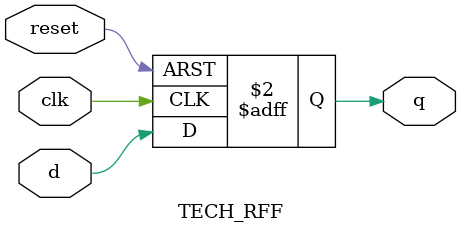
<source format=v>
/* 
Copyright (C) 2009-2010 Parvez Ahmad
Written by Parvez Ahmad <parvez_ahmad@yahoo.co.uk>.

This program is free software: you can redistribute it and/or modify
it under the terms of the GNU General Public License as published by
the Free Software Foundation; either version 3 of the License, or
(at your option) any later version.

This program is distributed in the hope that it will be useful,
but WITHOUT ANY WARRANTY; without even the implied warranty of
MERCHANTABILITY or FITNESS FOR A PARTICULAR PURPOSE.  See the
GNU General Public License for more details.

You should have received a copy of the GNU General Public License
along with this program.  If not, see <http://www.gnu.org/licenses/>.  */

module TECH_RFF(input d, clk, reset, output reg q);
always @(posedge clk or posedge reset) 
    if(reset)
	    q <= 0;
	else	
        q <= d;
endmodule	



</source>
